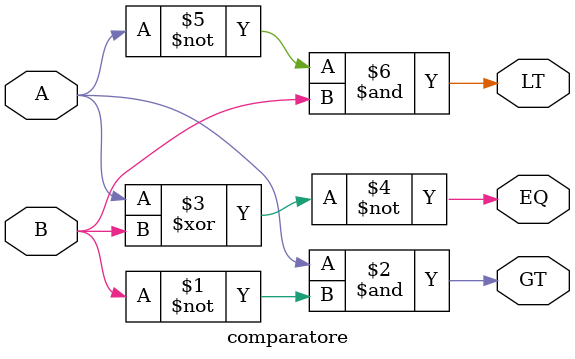
<source format=v>
module comparatore(input A, input B, output GT, output EQ, output LT);
assign GT = A & ~B; 
/*
0 0 -> 0
0 1 -> 0
1 1 -> 0
1 0 -> 1
quindi l'espressione fa quello che fa l'operazione di confronto "maggiore di" */
assign EQ = ~(A ^ B); 
/*
0 0 -> 1
0 1 -> 0
1 0 -> 0
1 1 -> 1 */
assign LT = ~A & B;
/*
speculare a quello che abbiamo fatto per GT
*/
endmodule
</source>
